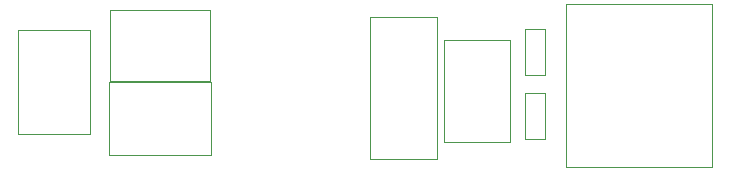
<source format=gbr>
%TF.GenerationSoftware,KiCad,Pcbnew,4.0.7*%
%TF.CreationDate,2018-01-16T14:15:25+08:00*%
%TF.ProjectId,STM32F401CCT6,53544D333246343031434354362E6B69,rev?*%
%TF.FileFunction,Other,User*%
%FSLAX46Y46*%
G04 Gerber Fmt 4.6, Leading zero omitted, Abs format (unit mm)*
G04 Created by KiCad (PCBNEW 4.0.7) date 01/16/18 14:15:25*
%MOMM*%
%LPD*%
G01*
G04 APERTURE LIST*
%ADD10C,0.100000*%
%ADD11C,0.050000*%
G04 APERTURE END LIST*
D10*
D11*
X41222000Y-7742000D02*
X35622000Y-7742000D01*
X35622000Y-7742000D02*
X35622000Y-16342000D01*
X35622000Y-16342000D02*
X41222000Y-16342000D01*
X41222000Y-16342000D02*
X41222000Y-7742000D01*
X29422000Y-17822000D02*
X35022000Y-17822000D01*
X35022000Y-17822000D02*
X35022000Y-5722000D01*
X35022000Y-5722000D02*
X29422000Y-5722000D01*
X29422000Y-5722000D02*
X29422000Y-17822000D01*
X45972000Y-4682000D02*
X45972000Y-18432000D01*
X45972000Y-18432000D02*
X58322000Y-18432000D01*
X58322000Y-18432000D02*
X58322000Y-4682000D01*
X58322000Y-4682000D02*
X45972000Y-4682000D01*
X7362000Y-5182000D02*
X15862000Y-5182000D01*
X15862000Y-5182000D02*
X15862000Y-11182000D01*
X15862000Y-11182000D02*
X7362000Y-11182000D01*
X7362000Y-11182000D02*
X7362000Y-5182000D01*
X15910000Y-11280000D02*
X7260000Y-11280000D01*
X7260000Y-11280000D02*
X7260000Y-17430000D01*
X7260000Y-17430000D02*
X15910000Y-17430000D01*
X15910000Y-17430000D02*
X15910000Y-11280000D01*
X42482000Y-6782000D02*
X44182000Y-6782000D01*
X44182000Y-6782000D02*
X44182000Y-10682000D01*
X44182000Y-10682000D02*
X42482000Y-10682000D01*
X42482000Y-10682000D02*
X42482000Y-6782000D01*
X42482000Y-12212000D02*
X44182000Y-12212000D01*
X44182000Y-12212000D02*
X44182000Y-16112000D01*
X44182000Y-16112000D02*
X42482000Y-16112000D01*
X42482000Y-16112000D02*
X42482000Y-12212000D01*
X-450000Y-6900000D02*
X-450000Y-15700000D01*
X5650000Y-15700000D02*
X-450000Y-15700000D01*
X5650000Y-6900000D02*
X5650000Y-15700000D01*
X-450000Y-6900000D02*
X5650000Y-6900000D01*
M02*

</source>
